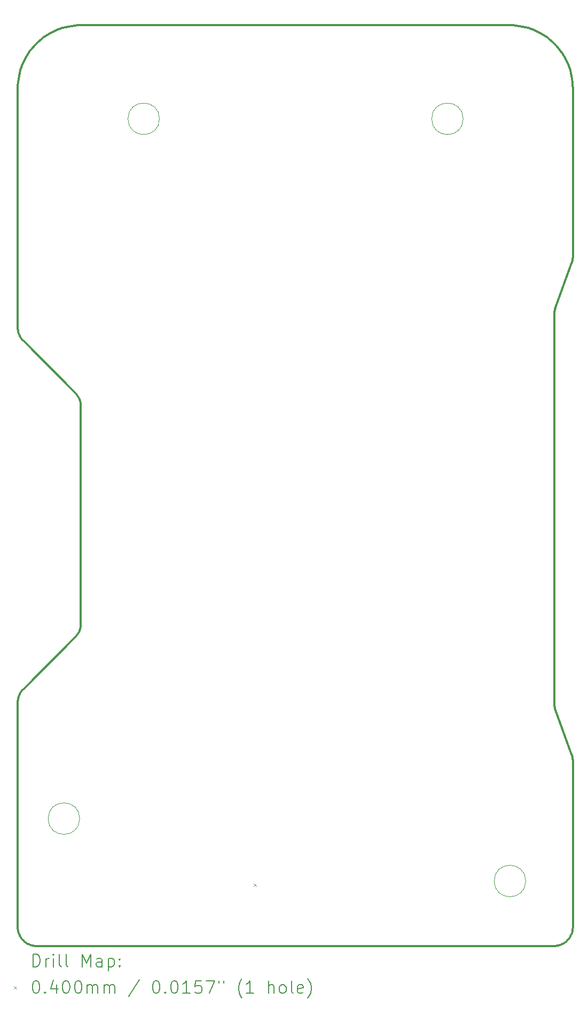
<source format=gbr>
%TF.GenerationSoftware,KiCad,Pcbnew,7.0.7*%
%TF.CreationDate,2023-09-26T10:41:10-05:00*%
%TF.ProjectId,DingoPCB,44696e67-6f50-4434-922e-6b696361645f,rev?*%
%TF.SameCoordinates,Original*%
%TF.FileFunction,Drillmap*%
%TF.FilePolarity,Positive*%
%FSLAX45Y45*%
G04 Gerber Fmt 4.5, Leading zero omitted, Abs format (unit mm)*
G04 Created by KiCad (PCBNEW 7.0.7) date 2023-09-26 10:41:10*
%MOMM*%
%LPD*%
G01*
G04 APERTURE LIST*
%ADD10C,0.349999*%
%ADD11C,0.100000*%
%ADD12C,0.200000*%
%ADD13C,0.040000*%
G04 APERTURE END LIST*
D10*
X2782342Y-7097769D02*
X2779112Y-7083444D01*
X10586931Y-2066901D02*
X10588160Y-2116488D01*
X10500291Y-15628621D02*
X10510550Y-15617841D01*
X1905967Y-1645597D02*
X1884042Y-1689205D01*
X10305364Y-5619599D02*
X10303740Y-5625935D01*
X2450987Y-1175045D02*
X2405477Y-1192609D01*
X2081054Y-1409381D02*
X2046859Y-1445314D01*
X10529292Y-15594970D02*
X10537756Y-15582929D01*
X9970842Y-1192608D02*
X10015442Y-1212370D01*
X10587016Y-4812550D02*
X10587516Y-4806025D01*
X10295266Y-1409381D02*
X10329460Y-1445314D01*
X1788529Y-15431364D02*
X1789628Y-15446139D01*
X10577944Y-4864001D02*
X10579568Y-4857664D01*
X10142959Y-1284500D02*
X10183098Y-1312712D01*
X2233360Y-1284500D02*
X2193221Y-1312712D01*
X1847027Y-11678086D02*
X1838564Y-11690128D01*
X10361695Y-1482730D02*
X10391935Y-1521549D01*
X2765324Y-7041764D02*
X2759395Y-7028384D01*
X2088160Y-15716488D02*
X10288160Y-15716488D01*
X1846717Y-1779314D02*
X1831385Y-1825653D01*
X10579112Y-15489613D02*
X10582342Y-15475288D01*
X1984384Y-1521549D02*
X1956172Y-1561687D01*
X10574282Y-12695460D02*
X10572244Y-12689232D01*
X10288160Y-15716488D02*
X10303036Y-15716120D01*
X10311064Y-5600802D02*
X10309026Y-5607030D01*
X2640491Y-1127447D02*
X2592159Y-1135880D01*
X1789628Y-11826917D02*
X1788529Y-11841692D01*
X1793054Y-2017650D02*
X1789389Y-2066901D01*
X10429426Y-15681146D02*
X10442186Y-15673930D01*
X1801128Y-11769318D02*
X1797208Y-11783443D01*
X10329460Y-1445314D02*
X10361695Y-1482730D01*
X10489511Y-15638879D02*
X10500291Y-15628621D01*
X10295147Y-11874808D02*
X10295218Y-11881367D01*
X1816925Y-11728383D02*
X1810996Y-11741763D01*
X1793978Y-15475288D02*
X1797208Y-15489613D01*
X1973355Y-15693652D02*
X1987008Y-15698921D01*
X1856099Y-15606616D02*
X1865770Y-15617841D01*
X2759396Y-10736224D02*
X2765324Y-10722844D01*
X10389311Y-15698921D02*
X10402964Y-15693652D01*
X2015035Y-15707441D02*
X2029360Y-15710671D01*
X10101582Y-1258349D02*
X10142959Y-1284500D01*
X1810996Y-15531293D02*
X1816924Y-15544673D01*
X10583602Y-12733556D02*
X10582397Y-12727131D01*
X2154403Y-1342953D02*
X2116986Y-1375187D01*
X10558001Y-1872738D02*
X10568767Y-1920487D01*
X1886808Y-15638879D02*
X1898033Y-15648549D01*
X2779113Y-10681164D02*
X2782343Y-10666839D01*
X1830719Y-11702541D02*
X1823502Y-11715301D01*
X10577944Y-12708029D02*
X10576182Y-12701726D01*
X10588160Y-12785650D02*
X10588088Y-12779092D01*
X10303036Y-15716120D02*
X10317811Y-15715020D01*
D11*
X4034600Y-2600000D02*
G75*
G03*
X4034600Y-2600000I-250000J0D01*
G01*
D10*
X10298640Y-11920457D02*
X10299705Y-11926906D01*
X1856100Y-11666441D02*
X1847027Y-11678086D01*
X1797208Y-15489613D02*
X1801128Y-15503739D01*
X2000909Y-15703521D02*
X2015035Y-15707441D01*
X10510550Y-15617841D02*
X10520220Y-15606616D01*
X10582397Y-4844898D02*
X10583602Y-4838473D01*
X1788160Y-5908040D02*
X1788529Y-5922916D01*
X10572244Y-12689232D02*
X10570069Y-12683046D01*
X2745602Y-10762066D02*
X2752818Y-10749306D01*
X1898033Y-15648549D02*
X1909678Y-15657621D01*
X1987008Y-15698921D02*
X2000909Y-15703521D01*
X10587791Y-15431364D02*
X10588160Y-15416488D01*
X1788529Y-11841692D02*
X1788160Y-11856568D01*
X10579568Y-4857664D02*
X10581052Y-4851296D01*
X10565323Y-15531293D02*
X10570593Y-15517640D01*
X10584667Y-12740005D02*
X10583602Y-12733556D01*
X10585591Y-12746477D02*
X10584667Y-12740005D01*
X1810996Y-6022844D02*
X1816925Y-6036223D01*
X10587873Y-12772543D02*
X10587516Y-12766004D01*
X1864281Y-1733804D02*
X1846717Y-1779314D01*
X10307126Y-11958738D02*
X10309026Y-11965004D01*
X1847027Y-15594970D02*
X1856099Y-15606616D01*
X10581052Y-4851296D02*
X10582397Y-4844898D01*
X2737756Y-6990129D02*
X2729292Y-6978087D01*
X1865770Y-6109391D02*
X1876028Y-6120171D01*
X1818319Y-1872737D02*
X1807553Y-1920487D01*
X10299706Y-5645125D02*
X10298642Y-5651574D01*
X2788160Y-7156568D02*
X2787791Y-7141692D01*
X10297717Y-5658046D02*
X10296934Y-5664538D01*
X10302255Y-11939729D02*
X10303740Y-11946098D01*
X2775193Y-10695289D02*
X2779113Y-10681164D01*
X1797208Y-11783443D02*
X1793978Y-11797768D01*
X1930021Y-1603064D02*
X1905967Y-1645597D01*
X10303740Y-11946098D02*
X10305363Y-11952435D01*
X1789389Y-2066901D02*
X1788160Y-2116488D01*
D11*
X8850000Y-2600000D02*
G75*
G03*
X8850000Y-2600000I-250000J0D01*
G01*
D10*
X10537756Y-15582929D02*
X10545601Y-15570515D01*
X10309026Y-5607030D02*
X10307126Y-5613296D01*
X9735829Y-1127447D02*
X9784161Y-1135880D01*
X10582397Y-12727131D02*
X10581052Y-12720734D01*
X1816924Y-15544673D02*
X1823502Y-15557755D01*
X1831385Y-1825653D02*
X1818319Y-1872737D01*
X2116986Y-1375187D02*
X2081054Y-1409381D01*
X10544934Y-1825653D02*
X10558001Y-1872738D01*
X2720220Y-6966442D02*
X2710550Y-6955217D01*
X1801128Y-15503739D02*
X1805727Y-15517640D01*
X10568767Y-1920487D02*
X10577201Y-1968818D01*
X10059049Y-1234294D02*
X10101582Y-1258349D01*
X1876028Y-15628621D02*
X1886808Y-15638879D01*
X10296293Y-5671047D02*
X10295793Y-5677572D01*
X2689323Y-1121381D02*
X2640491Y-1127447D01*
X10576182Y-12701726D02*
X10574282Y-12695460D01*
X10296290Y-11900982D02*
X10296932Y-11907492D01*
X2779112Y-7083444D02*
X2775192Y-7069319D01*
X10586374Y-12752969D02*
X10585591Y-12746477D01*
X9637747Y-1117717D02*
X9686997Y-1121381D01*
X2043859Y-15713201D02*
X2058509Y-15715020D01*
X2737757Y-10774480D02*
X2745602Y-10762066D01*
X1797208Y-5981164D02*
X1801128Y-5995289D01*
X10570067Y-4888985D02*
X10572243Y-4882798D01*
X2784873Y-10652339D02*
X2786692Y-10637690D01*
X1838564Y-11690128D02*
X1830719Y-11702541D01*
X2729293Y-10786521D02*
X2737757Y-10774480D01*
X2073284Y-15716120D02*
X2088160Y-15716488D01*
X1805727Y-15517640D02*
X1810996Y-15531293D01*
X10298642Y-5651574D02*
X10297717Y-5658046D01*
X10577201Y-1968818D02*
X10583266Y-2017650D01*
X1959975Y-15687724D02*
X1973355Y-15693652D01*
X10402964Y-15693652D02*
X10416344Y-15687724D01*
X1856100Y-6098166D02*
X1865770Y-6109391D01*
X2014625Y-1482730D02*
X1984384Y-1521549D01*
X1791448Y-5952340D02*
X1793978Y-5966839D01*
X1847027Y-6086520D02*
X1856100Y-6098166D01*
X2752818Y-7015302D02*
X2745601Y-7002542D01*
X9588160Y-1116488D02*
X9637747Y-1117717D01*
X9784161Y-1135880D02*
X9831910Y-1146647D01*
X2759395Y-7028384D02*
X2752818Y-7015302D01*
X10575192Y-15503739D02*
X10579112Y-15489613D01*
X1788160Y-11856568D02*
X1788160Y-15416488D01*
X2752818Y-10749306D02*
X2759396Y-10736224D01*
X10303740Y-5625935D02*
X10302256Y-5632303D01*
X10586692Y-15446139D02*
X10587791Y-15431364D01*
X1830718Y-15570515D02*
X1838564Y-15582929D01*
X10297715Y-11913985D02*
X10298640Y-11920457D01*
X10311065Y-11971232D02*
X10313241Y-11977420D01*
X10584667Y-4832024D02*
X10585591Y-4825552D01*
X1876028Y-11644436D02*
X1865770Y-11655216D01*
X1793978Y-11797768D02*
X1791448Y-11812267D01*
X2193221Y-1312712D02*
X2154403Y-1342953D01*
X2058509Y-15715020D02*
X2073284Y-15716120D01*
X2497325Y-1159713D02*
X2450987Y-1175045D01*
X2405477Y-1192609D02*
X2360877Y-1212370D01*
X1934133Y-15673930D02*
X1946893Y-15681146D01*
X10587516Y-4806025D02*
X10587873Y-4799486D01*
X10295150Y-5697218D02*
X10295147Y-11874809D01*
X1823502Y-11715301D02*
X1816925Y-11728383D01*
X1876028Y-6120171D02*
X2700292Y-6944436D01*
X1788529Y-5922916D02*
X1789628Y-5937691D01*
X10559395Y-15544673D02*
X10565323Y-15531293D01*
X10588088Y-4792936D02*
X10588160Y-4786378D01*
X10221917Y-1342952D02*
X10259333Y-1375187D01*
X2770593Y-7055417D02*
X2765324Y-7041764D01*
X9831910Y-1146647D02*
X9878994Y-1159713D01*
X10520220Y-15606616D02*
X10529292Y-15594970D01*
X2788160Y-1116488D02*
X2738573Y-1117717D01*
X1789628Y-15446139D02*
X1791448Y-15460789D01*
X2775192Y-7069319D02*
X2770593Y-7055417D01*
X10572243Y-4882798D02*
X10574281Y-4876570D01*
X10295793Y-5677572D02*
X10295436Y-5684111D01*
X10295436Y-5684111D02*
X10295221Y-5690660D01*
X10295433Y-11887917D02*
X10295791Y-11894456D01*
X2765324Y-10722844D02*
X2770593Y-10709191D01*
X2787792Y-10622914D02*
X2788160Y-10608038D01*
X10512039Y-1733805D02*
X10529602Y-1779315D01*
X10584872Y-15460789D02*
X10586692Y-15446139D01*
D11*
X9841040Y-14686280D02*
G75*
G03*
X9841040Y-14686280I-250000J0D01*
G01*
D10*
X10552818Y-15557755D02*
X10559395Y-15544673D01*
X10259333Y-1375187D02*
X10295266Y-1409381D01*
X10313239Y-5594615D02*
X10311064Y-5600802D01*
X1876028Y-11644436D02*
X2700292Y-10820172D01*
X10446298Y-1603064D02*
X10470353Y-1645598D01*
X1865770Y-11655216D02*
X1856100Y-11666441D01*
X9686997Y-1121381D02*
X9735829Y-1127447D01*
X2788160Y-10608040D02*
X2788160Y-7156568D01*
X10587516Y-12766004D02*
X10587016Y-12759479D01*
X1865770Y-15617841D02*
X1876028Y-15628621D01*
X10300910Y-11933331D02*
X10302255Y-11939729D01*
X2770593Y-10709191D02*
X2775193Y-10695289D01*
X10529602Y-1779315D02*
X10544934Y-1825653D01*
X1810996Y-11741763D02*
X1805727Y-11755416D01*
X10420147Y-1561688D02*
X10446298Y-1603064D01*
X1838564Y-15582929D02*
X1847027Y-15594970D01*
X1788160Y-15416488D02*
X1788529Y-15431364D01*
X2784872Y-7112268D02*
X2782342Y-7097769D01*
X10296932Y-11907492D02*
X10297715Y-11913985D01*
X10583602Y-4838473D02*
X10584667Y-4832024D01*
X2782343Y-10666839D02*
X2784873Y-10652339D01*
X10416344Y-15687724D02*
X10429426Y-15681146D01*
X1791448Y-15460789D02*
X1793978Y-15475288D01*
X1823502Y-15557755D02*
X1830718Y-15570515D01*
X2786692Y-7126917D02*
X2784872Y-7112268D01*
X2592159Y-1135880D02*
X2544410Y-1146647D01*
X2710550Y-10809392D02*
X2720221Y-10798167D01*
X10478286Y-15648549D02*
X10489511Y-15638879D01*
X2029360Y-15710671D02*
X2043859Y-15713201D01*
X1805727Y-6009191D02*
X1810996Y-6022844D01*
X10583266Y-2017650D02*
X10586931Y-2066901D01*
X1801128Y-5995289D02*
X1805727Y-6009191D01*
X1816925Y-6036223D02*
X1823502Y-6049306D01*
X1884042Y-1689205D02*
X1864281Y-1733804D01*
X1909678Y-15657621D02*
X1921720Y-15666085D01*
X1823502Y-6049306D02*
X1830718Y-6062066D01*
X10346960Y-15710671D02*
X10361284Y-15707441D01*
X1956172Y-1561687D02*
X1930021Y-1603064D01*
X10307126Y-5613296D02*
X10305364Y-5619599D01*
X2745601Y-7002542D02*
X2737756Y-6990129D01*
X10302256Y-5632303D02*
X10300911Y-5638701D01*
X2317270Y-1234295D02*
X2274737Y-1258349D01*
X2700292Y-10820172D02*
X2710550Y-10809392D01*
X10313239Y-5594615D02*
X10570067Y-4888985D01*
X10588160Y-15416488D02*
X10588160Y-12785650D01*
X10587873Y-4799486D02*
X10588088Y-4792936D01*
X10305363Y-11952435D02*
X10307126Y-11958738D01*
X10582342Y-15475288D02*
X10584872Y-15460789D01*
X2710550Y-6955217D02*
X2700291Y-6944437D01*
X1799119Y-1968818D02*
X1793054Y-2017650D01*
X10375410Y-15703521D02*
X10389311Y-15698921D01*
X1921720Y-15666085D02*
X1934133Y-15673930D01*
X2720221Y-10798167D02*
X2729293Y-10786521D01*
X10295218Y-11881367D02*
X10295433Y-11887917D01*
X10574281Y-4876570D02*
X10576182Y-4870304D01*
X2274737Y-1258349D02*
X2233360Y-1284500D01*
X1838564Y-6074479D02*
X1847027Y-6086520D01*
X10466641Y-15657621D02*
X10478286Y-15648549D01*
X10470353Y-1645598D02*
X10492278Y-1689205D01*
X2786692Y-10637690D02*
X2787792Y-10622914D01*
X10015442Y-1212370D02*
X10059049Y-1234294D01*
X10570593Y-15517640D02*
X10575192Y-15503739D01*
X10585591Y-4825552D02*
X10586374Y-4819060D01*
X10295791Y-11894456D02*
X10296290Y-11900982D01*
X10299705Y-11926906D02*
X10300910Y-11933331D01*
X2787791Y-7141692D02*
X2786692Y-7126917D01*
X1789628Y-5937691D02*
X1791448Y-5952340D01*
X2544410Y-1146647D02*
X2497325Y-1159713D01*
X2360877Y-1212370D02*
X2317270Y-1234295D01*
X10576182Y-4870304D02*
X10577944Y-4864001D01*
D11*
X2769680Y-13696760D02*
G75*
G03*
X2769680Y-13696760I-250000J0D01*
G01*
D10*
X10588088Y-12779092D02*
X10587873Y-12772543D01*
X10317811Y-15715020D02*
X10332460Y-15713201D01*
X1788160Y-2116488D02*
X1788160Y-5908040D01*
X1807553Y-1920487D02*
X1799119Y-1968818D01*
X1946893Y-15681146D02*
X1959975Y-15687724D01*
X1793978Y-5966839D02*
X1797208Y-5981164D01*
X9925333Y-1175045D02*
X9970842Y-1192608D01*
X2738573Y-1117717D02*
X2689323Y-1121381D01*
X10442186Y-15673930D02*
X10454599Y-15666085D01*
X10309026Y-11965004D02*
X10311065Y-11971232D01*
X9878994Y-1159713D02*
X9925333Y-1175045D01*
X10588160Y-2116488D02*
X10588160Y-4786379D01*
X10492278Y-1689205D02*
X10512039Y-1733805D01*
X2729292Y-6978087D02*
X2720220Y-6966442D01*
X10361284Y-15707441D02*
X10375410Y-15703521D01*
X1791448Y-11812267D02*
X1789628Y-11826917D01*
X1805727Y-11755416D02*
X1801128Y-11769318D01*
X1830718Y-6062066D02*
X1838564Y-6074479D01*
X10586374Y-4819060D02*
X10587016Y-4812550D01*
X10581052Y-12720734D02*
X10579568Y-12714366D01*
X10391935Y-1521549D02*
X10420147Y-1561688D01*
X10313241Y-11977420D02*
X10570067Y-12683044D01*
X10587016Y-12759479D02*
X10586374Y-12752969D01*
X2046859Y-1445314D02*
X2014625Y-1482730D01*
X10332460Y-15713201D02*
X10346960Y-15710671D01*
X10545601Y-15570515D02*
X10552818Y-15557755D01*
X10454599Y-15666085D02*
X10466641Y-15657621D01*
X10183098Y-1312712D02*
X10221917Y-1342952D01*
X2788160Y-1116488D02*
X9588160Y-1116488D01*
X10579568Y-12714366D02*
X10577944Y-12708029D01*
X10296934Y-5664538D02*
X10296293Y-5671047D01*
X10300911Y-5638701D02*
X10299706Y-5645125D01*
X10295221Y-5690660D02*
X10295150Y-5697218D01*
D12*
D13*
X5527360Y-14727240D02*
X5567360Y-14767240D01*
X5567360Y-14727240D02*
X5527360Y-14767240D01*
D12*
X2031437Y-16045472D02*
X2031437Y-15845472D01*
X2031437Y-15845472D02*
X2079056Y-15845472D01*
X2079056Y-15845472D02*
X2107627Y-15854996D01*
X2107627Y-15854996D02*
X2126675Y-15874043D01*
X2126675Y-15874043D02*
X2136199Y-15893091D01*
X2136199Y-15893091D02*
X2145723Y-15931186D01*
X2145723Y-15931186D02*
X2145723Y-15959758D01*
X2145723Y-15959758D02*
X2136199Y-15997853D01*
X2136199Y-15997853D02*
X2126675Y-16016901D01*
X2126675Y-16016901D02*
X2107627Y-16035948D01*
X2107627Y-16035948D02*
X2079056Y-16045472D01*
X2079056Y-16045472D02*
X2031437Y-16045472D01*
X2231437Y-16045472D02*
X2231437Y-15912139D01*
X2231437Y-15950234D02*
X2240961Y-15931186D01*
X2240961Y-15931186D02*
X2250485Y-15921662D01*
X2250485Y-15921662D02*
X2269532Y-15912139D01*
X2269532Y-15912139D02*
X2288580Y-15912139D01*
X2355246Y-16045472D02*
X2355246Y-15912139D01*
X2355246Y-15845472D02*
X2345723Y-15854996D01*
X2345723Y-15854996D02*
X2355246Y-15864520D01*
X2355246Y-15864520D02*
X2364770Y-15854996D01*
X2364770Y-15854996D02*
X2355246Y-15845472D01*
X2355246Y-15845472D02*
X2355246Y-15864520D01*
X2479056Y-16045472D02*
X2460008Y-16035948D01*
X2460008Y-16035948D02*
X2450485Y-16016901D01*
X2450485Y-16016901D02*
X2450485Y-15845472D01*
X2583818Y-16045472D02*
X2564770Y-16035948D01*
X2564770Y-16035948D02*
X2555246Y-16016901D01*
X2555246Y-16016901D02*
X2555246Y-15845472D01*
X2812389Y-16045472D02*
X2812389Y-15845472D01*
X2812389Y-15845472D02*
X2879056Y-15988329D01*
X2879056Y-15988329D02*
X2945723Y-15845472D01*
X2945723Y-15845472D02*
X2945723Y-16045472D01*
X3126675Y-16045472D02*
X3126675Y-15940710D01*
X3126675Y-15940710D02*
X3117151Y-15921662D01*
X3117151Y-15921662D02*
X3098104Y-15912139D01*
X3098104Y-15912139D02*
X3060008Y-15912139D01*
X3060008Y-15912139D02*
X3040961Y-15921662D01*
X3126675Y-16035948D02*
X3107627Y-16045472D01*
X3107627Y-16045472D02*
X3060008Y-16045472D01*
X3060008Y-16045472D02*
X3040961Y-16035948D01*
X3040961Y-16035948D02*
X3031437Y-16016901D01*
X3031437Y-16016901D02*
X3031437Y-15997853D01*
X3031437Y-15997853D02*
X3040961Y-15978805D01*
X3040961Y-15978805D02*
X3060008Y-15969282D01*
X3060008Y-15969282D02*
X3107627Y-15969282D01*
X3107627Y-15969282D02*
X3126675Y-15959758D01*
X3221913Y-15912139D02*
X3221913Y-16112139D01*
X3221913Y-15921662D02*
X3240961Y-15912139D01*
X3240961Y-15912139D02*
X3279056Y-15912139D01*
X3279056Y-15912139D02*
X3298104Y-15921662D01*
X3298104Y-15921662D02*
X3307627Y-15931186D01*
X3307627Y-15931186D02*
X3317151Y-15950234D01*
X3317151Y-15950234D02*
X3317151Y-16007377D01*
X3317151Y-16007377D02*
X3307627Y-16026424D01*
X3307627Y-16026424D02*
X3298104Y-16035948D01*
X3298104Y-16035948D02*
X3279056Y-16045472D01*
X3279056Y-16045472D02*
X3240961Y-16045472D01*
X3240961Y-16045472D02*
X3221913Y-16035948D01*
X3402865Y-16026424D02*
X3412389Y-16035948D01*
X3412389Y-16035948D02*
X3402865Y-16045472D01*
X3402865Y-16045472D02*
X3393342Y-16035948D01*
X3393342Y-16035948D02*
X3402865Y-16026424D01*
X3402865Y-16026424D02*
X3402865Y-16045472D01*
X3402865Y-15921662D02*
X3412389Y-15931186D01*
X3412389Y-15931186D02*
X3402865Y-15940710D01*
X3402865Y-15940710D02*
X3393342Y-15931186D01*
X3393342Y-15931186D02*
X3402865Y-15921662D01*
X3402865Y-15921662D02*
X3402865Y-15940710D01*
D13*
X1730660Y-16353988D02*
X1770660Y-16393988D01*
X1770660Y-16353988D02*
X1730660Y-16393988D01*
D12*
X2069532Y-16265472D02*
X2088580Y-16265472D01*
X2088580Y-16265472D02*
X2107627Y-16274996D01*
X2107627Y-16274996D02*
X2117151Y-16284520D01*
X2117151Y-16284520D02*
X2126675Y-16303567D01*
X2126675Y-16303567D02*
X2136199Y-16341662D01*
X2136199Y-16341662D02*
X2136199Y-16389282D01*
X2136199Y-16389282D02*
X2126675Y-16427377D01*
X2126675Y-16427377D02*
X2117151Y-16446424D01*
X2117151Y-16446424D02*
X2107627Y-16455948D01*
X2107627Y-16455948D02*
X2088580Y-16465472D01*
X2088580Y-16465472D02*
X2069532Y-16465472D01*
X2069532Y-16465472D02*
X2050484Y-16455948D01*
X2050484Y-16455948D02*
X2040961Y-16446424D01*
X2040961Y-16446424D02*
X2031437Y-16427377D01*
X2031437Y-16427377D02*
X2021913Y-16389282D01*
X2021913Y-16389282D02*
X2021913Y-16341662D01*
X2021913Y-16341662D02*
X2031437Y-16303567D01*
X2031437Y-16303567D02*
X2040961Y-16284520D01*
X2040961Y-16284520D02*
X2050484Y-16274996D01*
X2050484Y-16274996D02*
X2069532Y-16265472D01*
X2221913Y-16446424D02*
X2231437Y-16455948D01*
X2231437Y-16455948D02*
X2221913Y-16465472D01*
X2221913Y-16465472D02*
X2212389Y-16455948D01*
X2212389Y-16455948D02*
X2221913Y-16446424D01*
X2221913Y-16446424D02*
X2221913Y-16465472D01*
X2402866Y-16332139D02*
X2402866Y-16465472D01*
X2355246Y-16255948D02*
X2307627Y-16398805D01*
X2307627Y-16398805D02*
X2431437Y-16398805D01*
X2545723Y-16265472D02*
X2564770Y-16265472D01*
X2564770Y-16265472D02*
X2583818Y-16274996D01*
X2583818Y-16274996D02*
X2593342Y-16284520D01*
X2593342Y-16284520D02*
X2602866Y-16303567D01*
X2602866Y-16303567D02*
X2612389Y-16341662D01*
X2612389Y-16341662D02*
X2612389Y-16389282D01*
X2612389Y-16389282D02*
X2602866Y-16427377D01*
X2602866Y-16427377D02*
X2593342Y-16446424D01*
X2593342Y-16446424D02*
X2583818Y-16455948D01*
X2583818Y-16455948D02*
X2564770Y-16465472D01*
X2564770Y-16465472D02*
X2545723Y-16465472D01*
X2545723Y-16465472D02*
X2526675Y-16455948D01*
X2526675Y-16455948D02*
X2517151Y-16446424D01*
X2517151Y-16446424D02*
X2507627Y-16427377D01*
X2507627Y-16427377D02*
X2498104Y-16389282D01*
X2498104Y-16389282D02*
X2498104Y-16341662D01*
X2498104Y-16341662D02*
X2507627Y-16303567D01*
X2507627Y-16303567D02*
X2517151Y-16284520D01*
X2517151Y-16284520D02*
X2526675Y-16274996D01*
X2526675Y-16274996D02*
X2545723Y-16265472D01*
X2736199Y-16265472D02*
X2755247Y-16265472D01*
X2755247Y-16265472D02*
X2774294Y-16274996D01*
X2774294Y-16274996D02*
X2783818Y-16284520D01*
X2783818Y-16284520D02*
X2793342Y-16303567D01*
X2793342Y-16303567D02*
X2802865Y-16341662D01*
X2802865Y-16341662D02*
X2802865Y-16389282D01*
X2802865Y-16389282D02*
X2793342Y-16427377D01*
X2793342Y-16427377D02*
X2783818Y-16446424D01*
X2783818Y-16446424D02*
X2774294Y-16455948D01*
X2774294Y-16455948D02*
X2755247Y-16465472D01*
X2755247Y-16465472D02*
X2736199Y-16465472D01*
X2736199Y-16465472D02*
X2717151Y-16455948D01*
X2717151Y-16455948D02*
X2707627Y-16446424D01*
X2707627Y-16446424D02*
X2698104Y-16427377D01*
X2698104Y-16427377D02*
X2688580Y-16389282D01*
X2688580Y-16389282D02*
X2688580Y-16341662D01*
X2688580Y-16341662D02*
X2698104Y-16303567D01*
X2698104Y-16303567D02*
X2707627Y-16284520D01*
X2707627Y-16284520D02*
X2717151Y-16274996D01*
X2717151Y-16274996D02*
X2736199Y-16265472D01*
X2888580Y-16465472D02*
X2888580Y-16332139D01*
X2888580Y-16351186D02*
X2898104Y-16341662D01*
X2898104Y-16341662D02*
X2917151Y-16332139D01*
X2917151Y-16332139D02*
X2945723Y-16332139D01*
X2945723Y-16332139D02*
X2964770Y-16341662D01*
X2964770Y-16341662D02*
X2974294Y-16360710D01*
X2974294Y-16360710D02*
X2974294Y-16465472D01*
X2974294Y-16360710D02*
X2983818Y-16341662D01*
X2983818Y-16341662D02*
X3002865Y-16332139D01*
X3002865Y-16332139D02*
X3031437Y-16332139D01*
X3031437Y-16332139D02*
X3050485Y-16341662D01*
X3050485Y-16341662D02*
X3060008Y-16360710D01*
X3060008Y-16360710D02*
X3060008Y-16465472D01*
X3155246Y-16465472D02*
X3155246Y-16332139D01*
X3155246Y-16351186D02*
X3164770Y-16341662D01*
X3164770Y-16341662D02*
X3183818Y-16332139D01*
X3183818Y-16332139D02*
X3212389Y-16332139D01*
X3212389Y-16332139D02*
X3231437Y-16341662D01*
X3231437Y-16341662D02*
X3240961Y-16360710D01*
X3240961Y-16360710D02*
X3240961Y-16465472D01*
X3240961Y-16360710D02*
X3250485Y-16341662D01*
X3250485Y-16341662D02*
X3269532Y-16332139D01*
X3269532Y-16332139D02*
X3298104Y-16332139D01*
X3298104Y-16332139D02*
X3317151Y-16341662D01*
X3317151Y-16341662D02*
X3326675Y-16360710D01*
X3326675Y-16360710D02*
X3326675Y-16465472D01*
X3717151Y-16255948D02*
X3545723Y-16513091D01*
X3974294Y-16265472D02*
X3993342Y-16265472D01*
X3993342Y-16265472D02*
X4012389Y-16274996D01*
X4012389Y-16274996D02*
X4021913Y-16284520D01*
X4021913Y-16284520D02*
X4031437Y-16303567D01*
X4031437Y-16303567D02*
X4040961Y-16341662D01*
X4040961Y-16341662D02*
X4040961Y-16389282D01*
X4040961Y-16389282D02*
X4031437Y-16427377D01*
X4031437Y-16427377D02*
X4021913Y-16446424D01*
X4021913Y-16446424D02*
X4012389Y-16455948D01*
X4012389Y-16455948D02*
X3993342Y-16465472D01*
X3993342Y-16465472D02*
X3974294Y-16465472D01*
X3974294Y-16465472D02*
X3955247Y-16455948D01*
X3955247Y-16455948D02*
X3945723Y-16446424D01*
X3945723Y-16446424D02*
X3936199Y-16427377D01*
X3936199Y-16427377D02*
X3926675Y-16389282D01*
X3926675Y-16389282D02*
X3926675Y-16341662D01*
X3926675Y-16341662D02*
X3936199Y-16303567D01*
X3936199Y-16303567D02*
X3945723Y-16284520D01*
X3945723Y-16284520D02*
X3955247Y-16274996D01*
X3955247Y-16274996D02*
X3974294Y-16265472D01*
X4126675Y-16446424D02*
X4136199Y-16455948D01*
X4136199Y-16455948D02*
X4126675Y-16465472D01*
X4126675Y-16465472D02*
X4117151Y-16455948D01*
X4117151Y-16455948D02*
X4126675Y-16446424D01*
X4126675Y-16446424D02*
X4126675Y-16465472D01*
X4260009Y-16265472D02*
X4279056Y-16265472D01*
X4279056Y-16265472D02*
X4298104Y-16274996D01*
X4298104Y-16274996D02*
X4307628Y-16284520D01*
X4307628Y-16284520D02*
X4317151Y-16303567D01*
X4317151Y-16303567D02*
X4326675Y-16341662D01*
X4326675Y-16341662D02*
X4326675Y-16389282D01*
X4326675Y-16389282D02*
X4317151Y-16427377D01*
X4317151Y-16427377D02*
X4307628Y-16446424D01*
X4307628Y-16446424D02*
X4298104Y-16455948D01*
X4298104Y-16455948D02*
X4279056Y-16465472D01*
X4279056Y-16465472D02*
X4260009Y-16465472D01*
X4260009Y-16465472D02*
X4240961Y-16455948D01*
X4240961Y-16455948D02*
X4231437Y-16446424D01*
X4231437Y-16446424D02*
X4221913Y-16427377D01*
X4221913Y-16427377D02*
X4212390Y-16389282D01*
X4212390Y-16389282D02*
X4212390Y-16341662D01*
X4212390Y-16341662D02*
X4221913Y-16303567D01*
X4221913Y-16303567D02*
X4231437Y-16284520D01*
X4231437Y-16284520D02*
X4240961Y-16274996D01*
X4240961Y-16274996D02*
X4260009Y-16265472D01*
X4517151Y-16465472D02*
X4402866Y-16465472D01*
X4460009Y-16465472D02*
X4460009Y-16265472D01*
X4460009Y-16265472D02*
X4440961Y-16294043D01*
X4440961Y-16294043D02*
X4421913Y-16313091D01*
X4421913Y-16313091D02*
X4402866Y-16322615D01*
X4698104Y-16265472D02*
X4602866Y-16265472D01*
X4602866Y-16265472D02*
X4593342Y-16360710D01*
X4593342Y-16360710D02*
X4602866Y-16351186D01*
X4602866Y-16351186D02*
X4621913Y-16341662D01*
X4621913Y-16341662D02*
X4669532Y-16341662D01*
X4669532Y-16341662D02*
X4688580Y-16351186D01*
X4688580Y-16351186D02*
X4698104Y-16360710D01*
X4698104Y-16360710D02*
X4707628Y-16379758D01*
X4707628Y-16379758D02*
X4707628Y-16427377D01*
X4707628Y-16427377D02*
X4698104Y-16446424D01*
X4698104Y-16446424D02*
X4688580Y-16455948D01*
X4688580Y-16455948D02*
X4669532Y-16465472D01*
X4669532Y-16465472D02*
X4621913Y-16465472D01*
X4621913Y-16465472D02*
X4602866Y-16455948D01*
X4602866Y-16455948D02*
X4593342Y-16446424D01*
X4774294Y-16265472D02*
X4907628Y-16265472D01*
X4907628Y-16265472D02*
X4821913Y-16465472D01*
X4974294Y-16265472D02*
X4974294Y-16303567D01*
X5050485Y-16265472D02*
X5050485Y-16303567D01*
X5345723Y-16541662D02*
X5336199Y-16532139D01*
X5336199Y-16532139D02*
X5317152Y-16503567D01*
X5317152Y-16503567D02*
X5307628Y-16484520D01*
X5307628Y-16484520D02*
X5298104Y-16455948D01*
X5298104Y-16455948D02*
X5288580Y-16408329D01*
X5288580Y-16408329D02*
X5288580Y-16370234D01*
X5288580Y-16370234D02*
X5298104Y-16322615D01*
X5298104Y-16322615D02*
X5307628Y-16294043D01*
X5307628Y-16294043D02*
X5317152Y-16274996D01*
X5317152Y-16274996D02*
X5336199Y-16246424D01*
X5336199Y-16246424D02*
X5345723Y-16236901D01*
X5526675Y-16465472D02*
X5412390Y-16465472D01*
X5469532Y-16465472D02*
X5469532Y-16265472D01*
X5469532Y-16265472D02*
X5450485Y-16294043D01*
X5450485Y-16294043D02*
X5431437Y-16313091D01*
X5431437Y-16313091D02*
X5412390Y-16322615D01*
X5764771Y-16465472D02*
X5764771Y-16265472D01*
X5850485Y-16465472D02*
X5850485Y-16360710D01*
X5850485Y-16360710D02*
X5840961Y-16341662D01*
X5840961Y-16341662D02*
X5821913Y-16332139D01*
X5821913Y-16332139D02*
X5793342Y-16332139D01*
X5793342Y-16332139D02*
X5774294Y-16341662D01*
X5774294Y-16341662D02*
X5764771Y-16351186D01*
X5974294Y-16465472D02*
X5955247Y-16455948D01*
X5955247Y-16455948D02*
X5945723Y-16446424D01*
X5945723Y-16446424D02*
X5936199Y-16427377D01*
X5936199Y-16427377D02*
X5936199Y-16370234D01*
X5936199Y-16370234D02*
X5945723Y-16351186D01*
X5945723Y-16351186D02*
X5955247Y-16341662D01*
X5955247Y-16341662D02*
X5974294Y-16332139D01*
X5974294Y-16332139D02*
X6002866Y-16332139D01*
X6002866Y-16332139D02*
X6021913Y-16341662D01*
X6021913Y-16341662D02*
X6031437Y-16351186D01*
X6031437Y-16351186D02*
X6040961Y-16370234D01*
X6040961Y-16370234D02*
X6040961Y-16427377D01*
X6040961Y-16427377D02*
X6031437Y-16446424D01*
X6031437Y-16446424D02*
X6021913Y-16455948D01*
X6021913Y-16455948D02*
X6002866Y-16465472D01*
X6002866Y-16465472D02*
X5974294Y-16465472D01*
X6155247Y-16465472D02*
X6136199Y-16455948D01*
X6136199Y-16455948D02*
X6126675Y-16436901D01*
X6126675Y-16436901D02*
X6126675Y-16265472D01*
X6307628Y-16455948D02*
X6288580Y-16465472D01*
X6288580Y-16465472D02*
X6250485Y-16465472D01*
X6250485Y-16465472D02*
X6231437Y-16455948D01*
X6231437Y-16455948D02*
X6221913Y-16436901D01*
X6221913Y-16436901D02*
X6221913Y-16360710D01*
X6221913Y-16360710D02*
X6231437Y-16341662D01*
X6231437Y-16341662D02*
X6250485Y-16332139D01*
X6250485Y-16332139D02*
X6288580Y-16332139D01*
X6288580Y-16332139D02*
X6307628Y-16341662D01*
X6307628Y-16341662D02*
X6317152Y-16360710D01*
X6317152Y-16360710D02*
X6317152Y-16379758D01*
X6317152Y-16379758D02*
X6221913Y-16398805D01*
X6383818Y-16541662D02*
X6393342Y-16532139D01*
X6393342Y-16532139D02*
X6412390Y-16503567D01*
X6412390Y-16503567D02*
X6421913Y-16484520D01*
X6421913Y-16484520D02*
X6431437Y-16455948D01*
X6431437Y-16455948D02*
X6440961Y-16408329D01*
X6440961Y-16408329D02*
X6440961Y-16370234D01*
X6440961Y-16370234D02*
X6431437Y-16322615D01*
X6431437Y-16322615D02*
X6421913Y-16294043D01*
X6421913Y-16294043D02*
X6412390Y-16274996D01*
X6412390Y-16274996D02*
X6393342Y-16246424D01*
X6393342Y-16246424D02*
X6383818Y-16236901D01*
M02*

</source>
